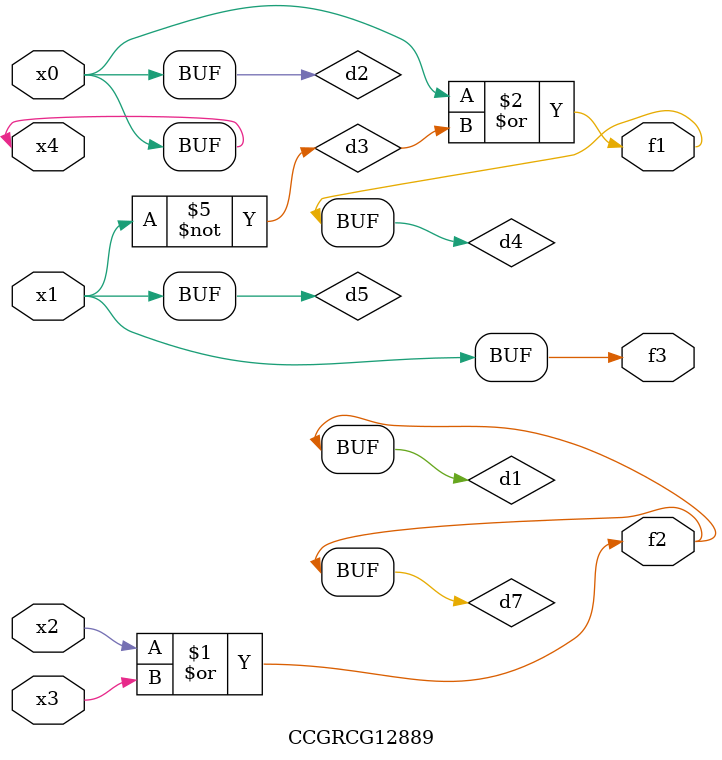
<source format=v>
module CCGRCG12889(
	input x0, x1, x2, x3, x4,
	output f1, f2, f3
);

	wire d1, d2, d3, d4, d5, d6, d7;

	or (d1, x2, x3);
	buf (d2, x0, x4);
	not (d3, x1);
	or (d4, d2, d3);
	not (d5, d3);
	nand (d6, d1, d3);
	or (d7, d1);
	assign f1 = d4;
	assign f2 = d7;
	assign f3 = d5;
endmodule

</source>
